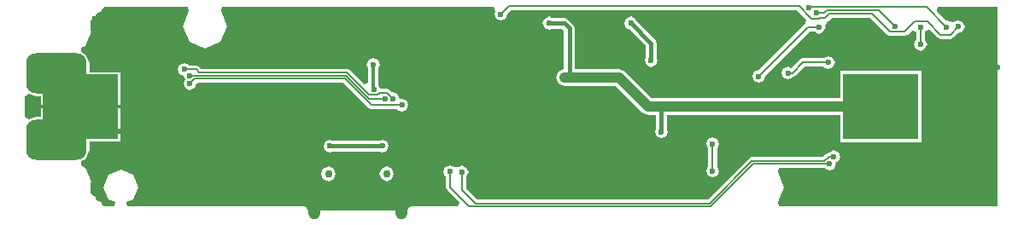
<source format=gbl>
G04 Layer_Physical_Order=2*
G04 Layer_Color=16711680*
%FSLAX24Y24*%
%MOIN*%
G70*
G01*
G75*
G04:AMPARAMS|DCode=27|XSize=157.5mil|YSize=236.2mil|CornerRadius=39.4mil|HoleSize=0mil|Usage=FLASHONLY|Rotation=90.000|XOffset=0mil|YOffset=0mil|HoleType=Round|Shape=RoundedRectangle|*
%AMROUNDEDRECTD27*
21,1,0.1575,0.1575,0,0,90.0*
21,1,0.0787,0.2362,0,0,90.0*
1,1,0.0787,0.0787,0.0394*
1,1,0.0787,0.0787,-0.0394*
1,1,0.0787,-0.0787,-0.0394*
1,1,0.0787,-0.0787,0.0394*
%
%ADD27ROUNDEDRECTD27*%
%ADD39C,0.0157*%
%ADD40C,0.0079*%
%ADD41C,0.0059*%
%ADD46C,0.0118*%
%ADD49C,0.0295*%
%ADD50O,0.0472X0.0709*%
%ADD51O,0.0472X0.0787*%
%ADD52C,0.0236*%
%ADD53R,0.2937X0.2547*%
%ADD54C,0.0394*%
G36*
X38122Y171D02*
X29606D01*
X29545Y328D01*
X29788Y915D01*
X29544Y1504D01*
X29606Y1661D01*
X31385D01*
X31394Y1640D01*
X31575Y1565D01*
X31756Y1640D01*
X31830Y1821D01*
X31807Y1878D01*
X31921Y1926D01*
X31996Y2106D01*
X31921Y2287D01*
X31740Y2362D01*
X31559Y2287D01*
X31551Y2266D01*
X31545D01*
X31432Y2219D01*
X31302Y2089D01*
X28538D01*
X28425Y2042D01*
X26818Y436D01*
X17824D01*
X17385Y875D01*
Y1317D01*
X17406Y1325D01*
X17481Y1506D01*
X17406Y1687D01*
X17226Y1762D01*
X17106Y1712D01*
X16938Y1707D01*
X16757Y1781D01*
X16576Y1707D01*
X16501Y1526D01*
X16576Y1345D01*
X16597Y1336D01*
Y901D01*
X16644Y788D01*
X17116Y316D01*
X17056Y171D01*
X15266D01*
X15145Y121D01*
X15096Y2D01*
X14930Y4D01*
X14929Y0D01*
X11371D01*
X11369Y4D01*
X11203Y2D01*
X11154Y121D01*
X11033Y170D01*
X4172D01*
X4141Y328D01*
X4396Y433D01*
X4595Y915D01*
X4396Y1398D01*
X3913Y1597D01*
X3431Y1398D01*
X3232Y915D01*
X3431Y433D01*
X3686Y328D01*
X3654Y170D01*
X3258D01*
X3147Y282D01*
X3148Y336D01*
X2969Y410D01*
X2895Y588D01*
X2841Y587D01*
X2730Y698D01*
Y1119D01*
X2731Y1120D01*
X2775Y1121D01*
X2541Y1685D01*
X2353Y1763D01*
Y1933D01*
X2539Y2011D01*
X2689Y2372D01*
Y2713D01*
X3882D01*
Y4006D01*
X2335D01*
X787D01*
Y3671D01*
X602D01*
X328Y3557D01*
X170Y3657D01*
Y4474D01*
X328Y4573D01*
X602Y4459D01*
X787D01*
Y4124D01*
X2335D01*
X3882D01*
Y5417D01*
X2689D01*
Y5758D01*
X2539Y6120D01*
X2353Y6197D01*
Y6367D01*
X2541Y6445D01*
X2775Y7009D01*
X2731Y7010D01*
X2730Y7012D01*
Y7432D01*
X2841Y7543D01*
X2895Y7542D01*
X2969Y7720D01*
X3148Y7794D01*
X3147Y7848D01*
X3258Y7960D01*
X6512D01*
X6573Y7802D01*
X6330Y7215D01*
X6583Y6604D01*
X7193Y6352D01*
X7803Y6604D01*
X8056Y7215D01*
X7813Y7802D01*
X7874Y7960D01*
X18445D01*
X18532Y7802D01*
X18484Y7687D01*
X18559Y7506D01*
X18740Y7431D01*
X18921Y7506D01*
X18996Y7687D01*
X18992Y7697D01*
X19126Y7832D01*
X30306D01*
X30653Y7485D01*
X30616Y7299D01*
X30608Y7296D01*
X28810Y5498D01*
X28799Y5502D01*
X28618Y5427D01*
X28544Y5246D01*
X28618Y5065D01*
X28799Y4990D01*
X28980Y5065D01*
X29055Y5246D01*
X29051Y5257D01*
X30799Y7005D01*
X30976D01*
X30981Y6995D01*
X31161Y6920D01*
X31342Y6995D01*
X31417Y7175D01*
X31405Y7205D01*
X31404Y7220D01*
X31495Y7399D01*
X31518Y7409D01*
X31645Y7536D01*
X33148D01*
X33812Y6873D01*
X33932Y6823D01*
X34503D01*
X34623Y6873D01*
X34784Y7033D01*
X34919Y7006D01*
X34952Y6978D01*
Y6691D01*
X34941Y6687D01*
X34866Y6506D01*
X34941Y6325D01*
X35122Y6250D01*
X35303Y6325D01*
X35378Y6506D01*
X35303Y6687D01*
X35293Y6691D01*
Y6990D01*
X35303Y6995D01*
X35321Y7038D01*
X35475Y7069D01*
X35782Y6762D01*
X35903Y6712D01*
X36282D01*
X36403Y6762D01*
X36580Y6940D01*
X36591Y6935D01*
X36771Y7010D01*
X36846Y7191D01*
X36771Y7372D01*
X36591Y7447D01*
X36475Y7399D01*
X36387Y7374D01*
X36246Y7388D01*
X36142Y7431D01*
X36131Y7427D01*
X35744Y7814D01*
X35804Y7960D01*
X38122D01*
X38122Y171D01*
D02*
G37*
%LPC*%
G36*
X27008Y2864D02*
X26827Y2789D01*
X26752Y2608D01*
X26827Y2428D01*
X26837Y2423D01*
Y1731D01*
X26827Y1726D01*
X26752Y1545D01*
X26827Y1365D01*
X27008Y1290D01*
X27189Y1365D01*
X27264Y1545D01*
X27189Y1726D01*
X27178Y1731D01*
Y2423D01*
X27189Y2428D01*
X27264Y2608D01*
X27189Y2789D01*
X27008Y2864D01*
D02*
G37*
G36*
X20630Y7588D02*
X20449Y7514D01*
X20374Y7333D01*
X20449Y7152D01*
X20630Y7077D01*
X20733Y7120D01*
X21132D01*
X21204Y7048D01*
Y5533D01*
X20999Y5448D01*
X20899Y5207D01*
X20999Y4966D01*
X21240Y4866D01*
X23205D01*
X24247Y3824D01*
X24488Y3724D01*
X24787D01*
Y3184D01*
X24744Y3081D01*
X24819Y2900D01*
X25000Y2825D01*
X25181Y2900D01*
X25256Y3081D01*
X25213Y3184D01*
Y3724D01*
X31984D01*
Y2673D01*
X35157D01*
Y5457D01*
X31984D01*
Y4406D01*
X24629D01*
X23588Y5448D01*
X23346Y5548D01*
X21630D01*
Y7136D01*
X21568Y7287D01*
X21568Y7287D01*
X21371Y7483D01*
X21220Y7546D01*
X21220Y7546D01*
X20733D01*
X20630Y7588D01*
D02*
G37*
G36*
X12012Y1727D02*
X11808Y1643D01*
X11724Y1439D01*
X11808Y1236D01*
X12012Y1152D01*
X12215Y1236D01*
X12300Y1439D01*
X12215Y1643D01*
X12012Y1727D01*
D02*
G37*
G36*
X14287D02*
X14084Y1643D01*
X14000Y1439D01*
X14084Y1236D01*
X14287Y1152D01*
X14491Y1236D01*
X14575Y1439D01*
X14491Y1643D01*
X14287Y1727D01*
D02*
G37*
G36*
X31522Y6049D02*
X31341Y5974D01*
X31337Y5964D01*
X30522D01*
X30402Y5914D01*
X30075Y5587D01*
X29946Y5641D01*
X29765Y5566D01*
X29690Y5385D01*
X29765Y5204D01*
X29946Y5129D01*
X30127Y5204D01*
X30135Y5223D01*
X30235Y5265D01*
X30593Y5623D01*
X31337D01*
X31341Y5613D01*
X31522Y5538D01*
X31702Y5613D01*
X31777Y5793D01*
X31702Y5974D01*
X31522Y6049D01*
D02*
G37*
G36*
X23819Y7588D02*
X23638Y7514D01*
X23563Y7333D01*
X23638Y7152D01*
X23741Y7109D01*
X24393Y6457D01*
Y5979D01*
X24351Y5876D01*
X24425Y5695D01*
X24606Y5620D01*
X24787Y5695D01*
X24862Y5876D01*
X24819Y5979D01*
Y6545D01*
X24819Y6545D01*
X24757Y6696D01*
X24757Y6696D01*
X24042Y7411D01*
X24000Y7514D01*
X23819Y7588D01*
D02*
G37*
G36*
X14116Y2783D02*
X14013Y2741D01*
X14010D01*
X14005Y2743D01*
X14000Y2741D01*
X12172D01*
X12069Y2783D01*
X11888Y2708D01*
X11813Y2528D01*
X11888Y2347D01*
X12069Y2272D01*
X12172Y2315D01*
X14003D01*
X14003Y2315D01*
X14005Y2315D01*
X14007Y2315D01*
X14007Y2315D01*
X14013D01*
X14116Y2272D01*
X14297Y2347D01*
X14372Y2528D01*
X14297Y2708D01*
X14116Y2783D01*
D02*
G37*
G36*
X13765Y5975D02*
X13584Y5900D01*
X13509Y5719D01*
X13573Y5565D01*
Y5004D01*
X13416Y4938D01*
X12847Y5507D01*
X12734Y5554D01*
X7041D01*
X6959Y5635D01*
X6846Y5682D01*
X6567D01*
X6559Y5703D01*
X6378Y5777D01*
X6197Y5703D01*
X6122Y5522D01*
X6197Y5341D01*
X6352Y5277D01*
X6413Y5130D01*
X6349Y4975D01*
X6424Y4794D01*
X6604Y4719D01*
X6785Y4794D01*
X6860Y4975D01*
X7006Y5017D01*
X12578D01*
X13585Y4011D01*
X13698Y3964D01*
X14692D01*
X14701Y3943D01*
X14882Y3868D01*
X15063Y3943D01*
X15138Y4124D01*
X15063Y4305D01*
X14882Y4380D01*
X14858Y4370D01*
X14783Y4380D01*
X14708Y4561D01*
X14528Y4636D01*
X14507Y4627D01*
X14404Y4729D01*
X14291Y4776D01*
X14021D01*
X14018Y4775D01*
X13960Y4915D01*
X13957Y4917D01*
Y5565D01*
X14021Y5719D01*
X13946Y5900D01*
X13765Y5975D01*
D02*
G37*
%LPD*%
D27*
X1390Y5364D02*
D03*
Y2766D02*
D03*
D39*
X24921Y4065D02*
X25000Y3986D01*
Y3081D02*
Y3986D01*
X24606Y5876D02*
Y6545D01*
X23819Y7333D02*
X24606Y6545D01*
X21476Y5207D02*
X21713D01*
X21417Y5266D02*
X21476Y5207D01*
X21417Y5266D02*
Y7136D01*
X21220Y7333D02*
X21417Y7136D01*
X20630Y7333D02*
X21220D01*
X12069Y2528D02*
X14003D01*
X14005Y2530D01*
X14007Y2528D01*
X14116D01*
D40*
X35354Y7963D02*
X36142Y7175D01*
X36282Y6883D02*
X36591Y7191D01*
X35122Y6506D02*
Y7175D01*
X34902Y7392D02*
X35394D01*
X35903Y6883D01*
X36282D01*
X19055Y8002D02*
X30377D01*
X18740Y7687D02*
X19055Y8002D01*
X27008Y2608D02*
X27008Y2608D01*
Y1545D02*
Y2608D01*
X33502Y7835D02*
X34122Y7215D01*
X30748Y7923D02*
X30787Y7963D01*
X35354D01*
X31348Y7726D02*
X31457Y7835D01*
X31063Y7726D02*
X31348D01*
X31457Y7835D02*
X33502D01*
X31149Y7520D02*
X31158Y7530D01*
X31398D01*
X31575Y7707D01*
X33219D01*
X33932Y6993D01*
X34503D01*
X34902Y7392D01*
X30114Y5385D02*
X30522Y5793D01*
X31522D01*
X29946Y5385D02*
X30114D01*
X30377Y8002D02*
X30859Y7520D01*
X31149D01*
X28799Y5246D02*
X30728Y7175D01*
X31161D01*
D41*
X28583Y1821D02*
X31575D01*
X31545Y2106D02*
X31740D01*
X31368Y1929D02*
X31545Y2106D01*
X28538Y1929D02*
X31368D01*
X26884Y276D02*
X28538Y1929D01*
X26929Y167D02*
X28583Y1821D01*
X6604Y4975D02*
X6807Y5177D01*
X6378Y5522D02*
X6846D01*
X6974Y5394D01*
X12734D01*
X6604Y5286D02*
X12689D01*
X6807Y5177D02*
X12645D01*
X12689Y5286D02*
X13595Y4380D01*
X14213D01*
X12734Y5394D02*
X13591Y4538D01*
X17226Y808D02*
Y1506D01*
X16757Y901D02*
Y1526D01*
X17226Y808D02*
X17758Y276D01*
X26884D01*
X16757Y901D02*
X17490Y167D01*
X26929D01*
X12645Y5177D02*
X13698Y4124D01*
X14882D01*
X13591Y4538D02*
X13942D01*
X14021Y4616D01*
X14291D01*
X14528Y4380D01*
D46*
X13765Y4749D02*
X13780Y4734D01*
X13765Y4749D02*
Y5719D01*
D49*
X12012Y1439D02*
D03*
X14287D02*
D03*
D50*
X14850Y2D02*
D03*
X11449D02*
D03*
D51*
X14850Y1648D02*
D03*
X11449D02*
D03*
D52*
X2520Y4439D02*
D03*
X10787Y4291D02*
D03*
X31575Y1821D02*
D03*
X36142Y7175D02*
D03*
X36591Y7191D02*
D03*
X35122Y7175D02*
D03*
X34122Y7215D02*
D03*
X21024Y6939D02*
D03*
X25000Y3081D02*
D03*
X38110Y5601D02*
D03*
X36496Y6230D02*
D03*
X18740Y7687D02*
D03*
X17520Y6034D02*
D03*
X27008Y2608D02*
D03*
X31522Y6309D02*
D03*
X24606Y5876D02*
D03*
X23819Y7333D02*
D03*
X20630D02*
D03*
X21240Y5207D02*
D03*
X35122Y6506D02*
D03*
X27008Y1545D02*
D03*
X3819Y3120D02*
D03*
X3418Y3986D02*
D03*
X6604Y4975D02*
D03*
X6378Y5522D02*
D03*
X6604Y5286D02*
D03*
X31740Y2106D02*
D03*
X12598Y6230D02*
D03*
X16929Y6384D02*
D03*
X17594Y6703D02*
D03*
X19307Y7018D02*
D03*
X20594Y6703D02*
D03*
X22032Y7018D02*
D03*
X23744Y6703D02*
D03*
X24213Y7608D02*
D03*
X19803Y3868D02*
D03*
X18606Y4439D02*
D03*
X17106Y4758D02*
D03*
X30748Y7923D02*
D03*
X31063Y7726D02*
D03*
X31522Y5793D02*
D03*
X14213Y4380D02*
D03*
X14528D02*
D03*
X14882Y4124D02*
D03*
X11339Y4758D02*
D03*
X13780Y4734D02*
D03*
X12069Y2528D02*
D03*
X14116D02*
D03*
X29946Y5385D02*
D03*
X28799Y5246D02*
D03*
X17226Y1506D02*
D03*
X16757Y1526D02*
D03*
X23844Y3475D02*
D03*
X2894Y5941D02*
D03*
Y7516D02*
D03*
X3288Y430D02*
D03*
Y2004D02*
D03*
X3682Y5941D02*
D03*
X3288Y6729D02*
D03*
X3682Y7516D02*
D03*
X4076Y3579D02*
D03*
X4469Y4367D02*
D03*
X4076Y6729D02*
D03*
X4469Y7516D02*
D03*
X4863Y430D02*
D03*
X5257Y2792D02*
D03*
Y4367D02*
D03*
Y7516D02*
D03*
X5650Y430D02*
D03*
Y2004D02*
D03*
X6044Y2792D02*
D03*
X5650Y3579D02*
D03*
X6044Y5941D02*
D03*
X5650Y6729D02*
D03*
X6044Y7516D02*
D03*
X6438Y430D02*
D03*
Y2004D02*
D03*
X6831Y2792D02*
D03*
X6438Y3579D02*
D03*
X6831Y4367D02*
D03*
X7225Y430D02*
D03*
X7619Y1217D02*
D03*
X7225Y3579D02*
D03*
X7619Y4367D02*
D03*
X8013Y430D02*
D03*
X8406Y1217D02*
D03*
X8013Y3579D02*
D03*
X8406Y5941D02*
D03*
X8013Y6729D02*
D03*
X8406Y7516D02*
D03*
X8800Y430D02*
D03*
X9194Y1217D02*
D03*
X8800Y2004D02*
D03*
X9194Y2792D02*
D03*
X8800Y3579D02*
D03*
X9194Y5941D02*
D03*
X8800Y6729D02*
D03*
X9194Y7516D02*
D03*
X9587Y430D02*
D03*
X9981Y1217D02*
D03*
X9587Y2004D02*
D03*
X9981Y2792D02*
D03*
X9587Y3579D02*
D03*
X9981Y5941D02*
D03*
X9587Y6729D02*
D03*
X9981Y7516D02*
D03*
X10375Y430D02*
D03*
Y2004D02*
D03*
X10768Y2792D02*
D03*
X10375Y6729D02*
D03*
X10768Y7516D02*
D03*
X11556D02*
D03*
X11950Y430D02*
D03*
Y6729D02*
D03*
X12737Y430D02*
D03*
X13131Y1217D02*
D03*
X12737Y6729D02*
D03*
X13131Y7516D02*
D03*
X13524Y430D02*
D03*
Y6729D02*
D03*
X14312Y430D02*
D03*
X15099Y6729D02*
D03*
X15887Y430D02*
D03*
X16280Y5941D02*
D03*
X15887Y6729D02*
D03*
X17068Y5941D02*
D03*
X22580Y4367D02*
D03*
X28091Y2792D02*
D03*
X27698Y3579D02*
D03*
Y5154D02*
D03*
X28879Y2792D02*
D03*
X28485Y3579D02*
D03*
Y6729D02*
D03*
X29666Y2792D02*
D03*
X30454D02*
D03*
X30060Y3579D02*
D03*
X31635D02*
D03*
Y5154D02*
D03*
X32422Y2004D02*
D03*
X32816Y5941D02*
D03*
X33209Y2004D02*
D03*
X33603Y5941D02*
D03*
X33997Y2004D02*
D03*
X34391Y5941D02*
D03*
X34784Y2004D02*
D03*
X35178Y5941D02*
D03*
X35572Y2004D02*
D03*
X35965Y5941D02*
D03*
X36753Y1217D02*
D03*
X36359Y2004D02*
D03*
X36753Y2792D02*
D03*
Y4367D02*
D03*
Y5941D02*
D03*
X37540Y1217D02*
D03*
X37146Y2004D02*
D03*
X37540Y2792D02*
D03*
X37146Y3579D02*
D03*
X37540Y4367D02*
D03*
X37146Y5154D02*
D03*
X37540Y5941D02*
D03*
X13765Y5719D02*
D03*
X31161Y7175D02*
D03*
X25340Y6651D02*
D03*
X27396Y6427D02*
D03*
X25457Y4749D02*
D03*
X16099Y5191D02*
D03*
D53*
X33571Y4065D02*
D03*
X2335D02*
D03*
D54*
X24921D02*
X33571D01*
X24488D02*
X24921D01*
X21713Y5207D02*
X23346D01*
X24488Y4065D01*
X21240Y5207D02*
X21713D01*
M02*

</source>
